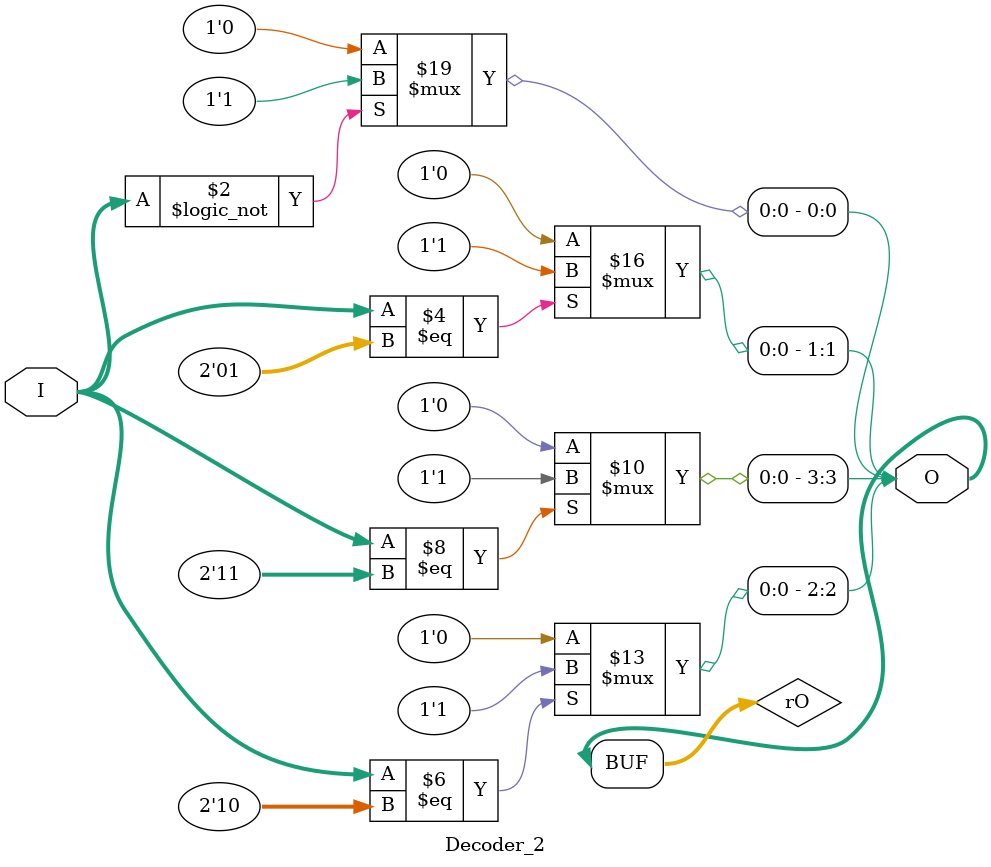
<source format=v>
module Decoder_2
#
(
    parameter OutputWidth = 4
)
(
    I,
    O
);
    input   [$clog2(OutputWidth) - 1:0] I;
    output  [OutputWidth - 1:0]         O;
    reg     [OutputWidth - 1:0]         rO;
    genvar c;
    generate
        for (c = 0; c < OutputWidth; c = c + 1)
        begin: DecodeBits
            always @ (*)
            begin
                if (I == c)
                    rO[c] <= 1'b1;
                else
                    rO[c] <= 1'b0;
            end
        end
    endgenerate
    assign O = rO;
endmodule
</source>
